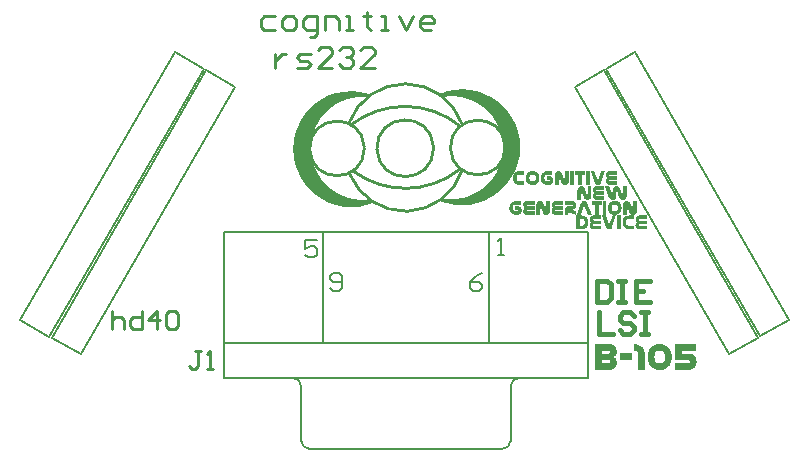
<source format=gto>
%FSLAX44Y44*%
%MOMM*%
G71*
G01*
G75*
%ADD10C,0.2540*%
%ADD11C,0.2000*%
%ADD12C,0.5000*%
%ADD13C,1.2000*%
%ADD14C,4.7600*%
%ADD15R,1.6900X1.6900*%
%ADD16C,1.6900*%
%ADD17C,0.8000*%
%ADD18R,0.8000X0.9000*%
%ADD19R,0.9000X0.8000*%
%ADD20O,0.6000X2.2000*%
%ADD21C,0.4000*%
%ADD22C,0.7000*%
%ADD23C,0.2500*%
%ADD24C,0.1500*%
G36*
X413911Y140548D02*
X414028D01*
X414165Y140529D01*
X414516Y140470D01*
X414906Y140392D01*
X415354Y140256D01*
X415842Y140080D01*
X416330Y139846D01*
X416818Y139534D01*
X417071Y139358D01*
X417305Y139163D01*
X417539Y138929D01*
X417754Y138695D01*
X417968Y138422D01*
X418163Y138129D01*
X418339Y137817D01*
X418495Y137466D01*
X418632Y137095D01*
X418749Y136705D01*
X418846Y136276D01*
X418924Y135808D01*
X418963Y135320D01*
X418983Y134794D01*
Y134755D01*
Y134657D01*
Y134521D01*
X418963Y134306D01*
X418944Y134072D01*
X418905Y133799D01*
X418866Y133487D01*
X418807Y133155D01*
X418749Y132804D01*
X418651Y132433D01*
X418534Y132082D01*
X418417Y131712D01*
X418242Y131360D01*
X418066Y131029D01*
X417851Y130717D01*
X417617Y130424D01*
X417598Y130405D01*
X417559Y130365D01*
X417481Y130288D01*
X417364Y130209D01*
X417227Y130092D01*
X417052Y129975D01*
X416856Y129839D01*
X416622Y129722D01*
X416349Y129585D01*
X416057Y129449D01*
X415725Y129332D01*
X415374Y129215D01*
X415003Y129136D01*
X414574Y129059D01*
X414126Y129019D01*
X413657Y129000D01*
X408800D01*
Y140568D01*
X413813D01*
X413911Y140548D01*
D02*
G37*
G36*
X429790Y137583D02*
X423703D01*
X423587Y137564D01*
X423450Y137505D01*
X423313Y137388D01*
X423294Y137349D01*
X423235Y137252D01*
X423157Y137115D01*
X423138Y136939D01*
Y136920D01*
Y136900D01*
X423157Y136783D01*
X423196Y136627D01*
X423294Y136471D01*
X423333Y136452D01*
X423411Y136393D01*
X423567Y136315D01*
X423762Y136296D01*
X429790D01*
Y133311D01*
X423703D01*
X423587Y133292D01*
X423450Y133233D01*
X423313Y133116D01*
X423294Y133077D01*
X423235Y132999D01*
X423157Y132843D01*
X423138Y132648D01*
Y132628D01*
Y132609D01*
X423157Y132472D01*
X423216Y132316D01*
X423313Y132160D01*
X423352Y132141D01*
X423430Y132082D01*
X423587Y132004D01*
X423762Y131985D01*
X429790D01*
Y129000D01*
X423196D01*
X423060Y129019D01*
X422865Y129039D01*
X422650Y129059D01*
X422416Y129117D01*
X422182Y129176D01*
X421948Y129254D01*
X421928Y129273D01*
X421850Y129312D01*
X421733Y129371D01*
X421597Y129449D01*
X421441Y129546D01*
X421265Y129683D01*
X421109Y129819D01*
X420953Y129975D01*
X420933Y129995D01*
X420895Y130053D01*
X420816Y130151D01*
X420738Y130268D01*
X420641Y130424D01*
X420543Y130619D01*
X420446Y130814D01*
X420348Y131029D01*
Y131048D01*
X420309Y131146D01*
X420290Y131263D01*
X420251Y131419D01*
X420212Y131614D01*
X420173Y131828D01*
X420153Y132063D01*
X420134Y132316D01*
Y132336D01*
Y132375D01*
Y132433D01*
X420153Y132511D01*
X420173Y132726D01*
X420212Y132960D01*
Y132979D01*
X420231Y133019D01*
X420251Y133097D01*
X420270Y133174D01*
X420348Y133389D01*
X420446Y133643D01*
Y133662D01*
X420485Y133701D01*
X420524Y133779D01*
X420563Y133857D01*
X420699Y134072D01*
X420875Y134306D01*
X420895Y134326D01*
X420914Y134365D01*
X420973Y134423D01*
X421050Y134481D01*
X421226Y134657D01*
X421460Y134833D01*
X421421Y134852D01*
X421343Y134911D01*
X421207Y135008D01*
X421050Y135145D01*
X420875Y135320D01*
X420719Y135515D01*
X420563Y135750D01*
X420426Y136003D01*
X420407Y136042D01*
X420387Y136120D01*
X420348Y136276D01*
X420290Y136471D01*
X420231Y136705D01*
X420192Y136959D01*
X420173Y137252D01*
X420153Y137544D01*
Y137564D01*
Y137642D01*
X420173Y137759D01*
Y137915D01*
X420212Y138090D01*
X420251Y138285D01*
X420290Y138481D01*
X420368Y138695D01*
X420387Y138715D01*
X420407Y138793D01*
X420465Y138890D01*
X420543Y139027D01*
X420738Y139339D01*
X421012Y139651D01*
X421031Y139670D01*
X421090Y139729D01*
X421168Y139788D01*
X421285Y139885D01*
X421441Y140002D01*
X421597Y140100D01*
X421792Y140217D01*
X422006Y140314D01*
X422026Y140334D01*
X422104Y140353D01*
X422240Y140392D01*
X422397Y140451D01*
X422592Y140490D01*
X422806Y140529D01*
X423060Y140548D01*
X423333Y140568D01*
X429790D01*
Y137583D01*
D02*
G37*
G36*
X442204Y152748D02*
X442438Y152729D01*
X442691Y152690D01*
X442965Y152651D01*
X443277Y152592D01*
X443589Y152514D01*
X443920Y152417D01*
X444252Y152300D01*
X444564Y152163D01*
X444896Y151987D01*
X445208Y151792D01*
X445500Y151578D01*
X445754Y151324D01*
X445774Y151305D01*
X445813Y151266D01*
X445871Y151168D01*
X445969Y151051D01*
X446066Y150895D01*
X446183Y150719D01*
X446300Y150485D01*
X446437Y150232D01*
X446554Y149939D01*
X446671Y149627D01*
X446788Y149256D01*
X446885Y148866D01*
X446983Y148437D01*
X447042Y147989D01*
X447081Y147481D01*
X447100Y146955D01*
Y146935D01*
Y146896D01*
Y146818D01*
Y146701D01*
X447081Y146584D01*
X447061Y146428D01*
X447042Y146252D01*
X447022Y146057D01*
X446944Y145628D01*
X446827Y145140D01*
X446651Y144614D01*
X446437Y144087D01*
X446164Y143541D01*
X445813Y143014D01*
X445598Y142780D01*
X445383Y142527D01*
X445130Y142312D01*
X444857Y142097D01*
X444564Y141902D01*
X444252Y141727D01*
X443920Y141571D01*
X443550Y141454D01*
X443160Y141336D01*
X442730Y141258D01*
X442282Y141220D01*
X441794Y141200D01*
X440819D01*
X440721Y141220D01*
X440604D01*
X440468Y141239D01*
X440136Y141298D01*
X439726Y141376D01*
X439278Y141512D01*
X438790Y141688D01*
X438302Y141922D01*
X437815Y142234D01*
X437561Y142409D01*
X437327Y142605D01*
X437093Y142819D01*
X436878Y143073D01*
X436664Y143346D01*
X436488Y143619D01*
X436293Y143951D01*
X436137Y144282D01*
X436001Y144653D01*
X435883Y145062D01*
X435786Y145492D01*
X435708Y145940D01*
X435669Y146428D01*
X435649Y146955D01*
Y146994D01*
Y147091D01*
Y147228D01*
X435669Y147442D01*
X435688Y147676D01*
X435727Y147969D01*
X435766Y148281D01*
X435825Y148613D01*
X435883Y148964D01*
X435981Y149315D01*
X436098Y149686D01*
X436235Y150037D01*
X436391Y150388D01*
X436566Y150719D01*
X436781Y151032D01*
X437015Y151324D01*
X437034Y151344D01*
X437073Y151383D01*
X437151Y151461D01*
X437268Y151558D01*
X437405Y151656D01*
X437581Y151773D01*
X437795Y151909D01*
X438029Y152046D01*
X438283Y152183D01*
X438575Y152319D01*
X438907Y152436D01*
X439258Y152534D01*
X439648Y152631D01*
X440058Y152709D01*
X440507Y152748D01*
X440975Y152768D01*
X442028D01*
X442204Y152748D01*
D02*
G37*
G36*
X430187Y149783D02*
X427768D01*
Y141200D01*
X424784D01*
Y149783D01*
X422209D01*
Y152768D01*
X430187D01*
Y149783D01*
D02*
G37*
G36*
X434323Y141200D02*
X431338D01*
Y152768D01*
X434323D01*
Y141200D01*
D02*
G37*
G36*
X439290Y130600D02*
Y130580D01*
X439270Y130561D01*
X439231Y130443D01*
X439153Y130288D01*
X439036Y130092D01*
X438900Y129878D01*
X438724Y129663D01*
X438529Y129468D01*
X438295Y129293D01*
X438256Y129273D01*
X438178Y129234D01*
X438041Y129176D01*
X437846Y129097D01*
X437632Y129019D01*
X437359Y128961D01*
X437066Y128922D01*
X436734Y128903D01*
X436578D01*
X436403Y128922D01*
X436169Y128961D01*
X435915Y129000D01*
X435642Y129078D01*
X435369Y129176D01*
X435115Y129312D01*
X435096Y129332D01*
X434998Y129390D01*
X434881Y129488D01*
X434745Y129624D01*
X434589Y129800D01*
X434432Y130034D01*
X434276Y130288D01*
X434159Y130600D01*
X430648Y140568D01*
X433808D01*
X436715Y132180D01*
X439641Y140568D01*
X442821D01*
X439290Y130600D01*
D02*
G37*
G36*
X394136Y178126D02*
X394331Y178107D01*
X394566Y178048D01*
X394858Y177970D01*
X395170Y177834D01*
X395502Y177658D01*
X395814Y177404D01*
X395834D01*
X395853Y177365D01*
X395951Y177268D01*
X396107Y177092D01*
X396282Y176878D01*
X396497Y176585D01*
X396711Y176234D01*
X396906Y175824D01*
X397082Y175356D01*
X398974Y169524D01*
Y169504D01*
X399013Y169465D01*
X399052Y169407D01*
X399111Y169387D01*
X399130D01*
X399169Y169407D01*
X399208Y169465D01*
X399228Y169582D01*
Y178048D01*
X402329D01*
Y169524D01*
Y169485D01*
Y169407D01*
X402310Y169270D01*
X402290Y169095D01*
X402271Y168899D01*
X402232Y168685D01*
X402154Y168451D01*
X402076Y168236D01*
X402056Y168217D01*
X402037Y168139D01*
X401978Y168022D01*
X401900Y167885D01*
X401803Y167729D01*
X401666Y167573D01*
X401530Y167397D01*
X401373Y167241D01*
X401354Y167222D01*
X401296Y167183D01*
X401198Y167105D01*
X401081Y167007D01*
X400925Y166910D01*
X400749Y166812D01*
X400554Y166715D01*
X400340Y166617D01*
X400320D01*
X400242Y166578D01*
X400125Y166558D01*
X399969Y166520D01*
X399774Y166481D01*
X399559Y166441D01*
X399306Y166422D01*
X399052Y166402D01*
X398955D01*
X398877Y166422D01*
X398681Y166441D01*
X398447Y166481D01*
X398155Y166558D01*
X397862Y166656D01*
X397550Y166812D01*
X397238Y167007D01*
X397199Y167027D01*
X397102Y167124D01*
X396965Y167261D01*
X396789Y167456D01*
X396594Y167690D01*
X396399Y168002D01*
X396224Y168353D01*
X396068Y168743D01*
X394039Y175005D01*
Y175025D01*
X394019Y175083D01*
X393980Y175122D01*
X393902Y175142D01*
X393883D01*
X393863Y175122D01*
X393824Y175083D01*
X393805Y174986D01*
Y166500D01*
X390703D01*
Y175005D01*
Y175044D01*
Y175122D01*
X390723Y175259D01*
X390742Y175434D01*
X390762Y175629D01*
X390801Y175844D01*
X390859Y176078D01*
X390937Y176293D01*
X390957Y176312D01*
X390976Y176390D01*
X391035Y176507D01*
X391113Y176644D01*
X391210Y176800D01*
X391327Y176956D01*
X391620Y177288D01*
X391640Y177307D01*
X391698Y177346D01*
X391796Y177424D01*
X391913Y177522D01*
X392069Y177619D01*
X392264Y177717D01*
X392459Y177814D01*
X392673Y177912D01*
X392693Y177931D01*
X392771Y177951D01*
X392907Y177990D01*
X393064Y178029D01*
X393259Y178068D01*
X393473Y178107D01*
X393707Y178146D01*
X394058D01*
X394136Y178126D01*
D02*
G37*
G36*
X468550Y137583D02*
X462464D01*
X462347Y137564D01*
X462211Y137505D01*
X462074Y137388D01*
X462055Y137349D01*
X461996Y137252D01*
X461918Y137115D01*
X461899Y136939D01*
Y136920D01*
Y136900D01*
X461918Y136783D01*
X461957Y136627D01*
X462055Y136471D01*
X462094Y136452D01*
X462172Y136393D01*
X462328Y136315D01*
X462523Y136296D01*
X468550D01*
Y133311D01*
X462464D01*
X462347Y133292D01*
X462211Y133233D01*
X462074Y133116D01*
X462055Y133077D01*
X461996Y132999D01*
X461918Y132843D01*
X461899Y132648D01*
Y132628D01*
Y132609D01*
X461918Y132472D01*
X461977Y132316D01*
X462074Y132160D01*
X462113Y132141D01*
X462191Y132082D01*
X462347Y132004D01*
X462523Y131985D01*
X468550D01*
Y129000D01*
X461957D01*
X461821Y129019D01*
X461626Y129039D01*
X461411Y129059D01*
X461177Y129117D01*
X460943Y129176D01*
X460709Y129254D01*
X460689Y129273D01*
X460611Y129312D01*
X460494Y129371D01*
X460358Y129449D01*
X460201Y129546D01*
X460026Y129683D01*
X459870Y129819D01*
X459714Y129975D01*
X459694Y129995D01*
X459655Y130053D01*
X459577Y130151D01*
X459499Y130268D01*
X459402Y130424D01*
X459304Y130619D01*
X459207Y130814D01*
X459109Y131029D01*
Y131048D01*
X459070Y131146D01*
X459050Y131263D01*
X459011Y131419D01*
X458973Y131614D01*
X458933Y131828D01*
X458914Y132063D01*
X458895Y132316D01*
Y132336D01*
Y132375D01*
Y132433D01*
X458914Y132511D01*
X458933Y132726D01*
X458973Y132960D01*
Y132979D01*
X458992Y133019D01*
X459011Y133097D01*
X459031Y133174D01*
X459109Y133389D01*
X459207Y133643D01*
Y133662D01*
X459246Y133701D01*
X459285Y133779D01*
X459324Y133857D01*
X459460Y134072D01*
X459636Y134306D01*
X459655Y134326D01*
X459675Y134365D01*
X459733Y134423D01*
X459811Y134481D01*
X459987Y134657D01*
X460221Y134833D01*
X460182Y134852D01*
X460104Y134911D01*
X459967Y135008D01*
X459811Y135145D01*
X459636Y135320D01*
X459480Y135515D01*
X459324Y135750D01*
X459187Y136003D01*
X459168Y136042D01*
X459148Y136120D01*
X459109Y136276D01*
X459050Y136471D01*
X458992Y136705D01*
X458953Y136959D01*
X458933Y137252D01*
X458914Y137544D01*
Y137564D01*
Y137642D01*
X458933Y137759D01*
Y137915D01*
X458973Y138090D01*
X459011Y138285D01*
X459050Y138481D01*
X459129Y138695D01*
X459148Y138715D01*
X459168Y138793D01*
X459226Y138890D01*
X459304Y139027D01*
X459499Y139339D01*
X459772Y139651D01*
X459792Y139670D01*
X459850Y139729D01*
X459928Y139788D01*
X460045Y139885D01*
X460201Y140002D01*
X460358Y140100D01*
X460553Y140217D01*
X460767Y140314D01*
X460787Y140334D01*
X460865Y140353D01*
X461001Y140392D01*
X461157Y140451D01*
X461352Y140490D01*
X461567Y140529D01*
X461821Y140548D01*
X462094Y140568D01*
X468550D01*
Y137583D01*
D02*
G37*
G36*
X446644Y129000D02*
X443659D01*
Y140568D01*
X446644D01*
Y129000D01*
D02*
G37*
G36*
X457665Y137583D02*
X452672D01*
X452516Y137544D01*
X452301Y137505D01*
X452067Y137427D01*
X451833Y137310D01*
X451618Y137135D01*
X451423Y136920D01*
X451404Y136881D01*
X451345Y136803D01*
X451267Y136627D01*
X451189Y136393D01*
X451111Y136101D01*
X451033Y135710D01*
X450994Y135496D01*
X450975Y135262D01*
X450955Y135008D01*
Y134735D01*
Y134696D01*
Y134618D01*
X450975Y134481D01*
X450994Y134306D01*
X451014Y134091D01*
X451053Y133857D01*
X451111Y133623D01*
X451189Y133370D01*
X451287Y133097D01*
X451404Y132862D01*
X451560Y132628D01*
X451735Y132414D01*
X451950Y132238D01*
X452203Y132102D01*
X452477Y132024D01*
X452808Y131985D01*
X457665D01*
Y129000D01*
X453140D01*
X453042Y129019D01*
X452925D01*
X452789Y129039D01*
X452457Y129097D01*
X452048Y129176D01*
X451599Y129312D01*
X451111Y129488D01*
X450623Y129722D01*
X450136Y130034D01*
X449882Y130209D01*
X449648Y130424D01*
X449414Y130639D01*
X449199Y130892D01*
X448985Y131146D01*
X448809Y131438D01*
X448614Y131770D01*
X448458Y132102D01*
X448322Y132472D01*
X448204Y132882D01*
X448107Y133311D01*
X448029Y133779D01*
X447990Y134267D01*
X447971Y134794D01*
Y134833D01*
Y134930D01*
Y135067D01*
X447990Y135262D01*
X448009Y135515D01*
X448049Y135788D01*
X448088Y136101D01*
X448146Y136432D01*
X448302Y137135D01*
X448400Y137486D01*
X448536Y137856D01*
X448692Y138188D01*
X448868Y138539D01*
X449063Y138851D01*
X449297Y139124D01*
X449316Y139144D01*
X449356Y139183D01*
X449434Y139261D01*
X449551Y139358D01*
X449687Y139456D01*
X449863Y139573D01*
X450058Y139709D01*
X450311Y139846D01*
X450565Y139983D01*
X450858Y140119D01*
X451189Y140236D01*
X451560Y140334D01*
X451950Y140431D01*
X452360Y140509D01*
X452808Y140548D01*
X453296Y140568D01*
X457665D01*
Y137583D01*
D02*
G37*
G36*
X405160Y152748D02*
X405413Y152729D01*
X405686Y152690D01*
X405979Y152651D01*
X406272Y152573D01*
X406564Y152475D01*
X406603Y152456D01*
X406681Y152417D01*
X406818Y152358D01*
X406993Y152261D01*
X407188Y152143D01*
X407383Y152007D01*
X407579Y151851D01*
X407774Y151675D01*
X407793Y151656D01*
X407852Y151597D01*
X407930Y151480D01*
X408027Y151344D01*
X408144Y151188D01*
X408261Y150993D01*
X408359Y150758D01*
X408456Y150524D01*
X408476Y150505D01*
X408495Y150407D01*
X408534Y150290D01*
X408573Y150115D01*
X408612Y149900D01*
X408632Y149686D01*
X408671Y149432D01*
Y149159D01*
Y149139D01*
Y149042D01*
Y148925D01*
X408651Y148769D01*
X408632Y148574D01*
X408593Y148359D01*
X408476Y147891D01*
Y147872D01*
X408437Y147793D01*
X408398Y147676D01*
X408339Y147520D01*
X408261Y147345D01*
X408164Y147150D01*
X408027Y146955D01*
X407891Y146760D01*
X407871Y146740D01*
X407813Y146681D01*
X407734Y146584D01*
X407617Y146467D01*
X407481Y146350D01*
X407305Y146213D01*
X407091Y146077D01*
X406876Y145940D01*
X406857Y145921D01*
X406759Y145882D01*
X406623Y145823D01*
X406447Y145765D01*
X406232Y145687D01*
X405979Y145628D01*
X405686Y145570D01*
X405355Y145531D01*
X408924Y144341D01*
Y141063D01*
X402038Y143872D01*
Y141200D01*
X399054D01*
Y144887D01*
Y144906D01*
Y144965D01*
Y145062D01*
X399073Y145180D01*
X399093Y145336D01*
X399112Y145511D01*
X399190Y145901D01*
X399307Y146330D01*
X399483Y146779D01*
X399600Y146994D01*
X399737Y147208D01*
X399893Y147403D01*
X400068Y147579D01*
X400088Y147598D01*
X400107Y147618D01*
X400166Y147657D01*
X400263Y147715D01*
X400361Y147793D01*
X400478Y147872D01*
X400634Y147949D01*
X400810Y148047D01*
X400985Y148125D01*
X401200Y148203D01*
X401434Y148281D01*
X401687Y148359D01*
X401960Y148418D01*
X402253Y148457D01*
X402565Y148496D01*
X405121D01*
X405238Y148515D01*
X405374Y148574D01*
X405511Y148671D01*
X405530Y148710D01*
X405608Y148808D01*
X405667Y148944D01*
X405686Y149139D01*
Y149159D01*
Y149178D01*
X405667Y149296D01*
X405608Y149432D01*
X405511Y149588D01*
X405491Y149627D01*
X405394Y149686D01*
X405277Y149744D01*
X405101Y149783D01*
X399054D01*
Y152768D01*
X404984D01*
X405160Y152748D01*
D02*
G37*
G36*
X378396Y152826D02*
X378591Y152807D01*
X378825Y152748D01*
X379118Y152670D01*
X379430Y152534D01*
X379761Y152358D01*
X380073Y152105D01*
X380093D01*
X380112Y152065D01*
X380210Y151968D01*
X380366Y151792D01*
X380541Y151578D01*
X380756Y151285D01*
X380971Y150934D01*
X381166Y150524D01*
X381341Y150056D01*
X383233Y144224D01*
Y144204D01*
X383273Y144165D01*
X383312Y144107D01*
X383370Y144087D01*
X383390D01*
X383429Y144107D01*
X383468Y144165D01*
X383487Y144282D01*
Y152748D01*
X386589D01*
Y144224D01*
Y144185D01*
Y144107D01*
X386569Y143970D01*
X386550Y143794D01*
X386530Y143599D01*
X386491Y143385D01*
X386413Y143151D01*
X386335Y142936D01*
X386316Y142917D01*
X386296Y142839D01*
X386238Y142722D01*
X386160Y142585D01*
X386062Y142429D01*
X385925Y142273D01*
X385789Y142097D01*
X385633Y141941D01*
X385613Y141922D01*
X385555Y141883D01*
X385457Y141805D01*
X385340Y141707D01*
X385184Y141610D01*
X385009Y141512D01*
X384814Y141415D01*
X384599Y141317D01*
X384580D01*
X384501Y141278D01*
X384384Y141258D01*
X384228Y141220D01*
X384033Y141180D01*
X383819Y141142D01*
X383565Y141122D01*
X383312Y141103D01*
X383214D01*
X383136Y141122D01*
X382941Y141142D01*
X382707Y141180D01*
X382414Y141258D01*
X382122Y141356D01*
X381810Y141512D01*
X381497Y141707D01*
X381458Y141727D01*
X381361Y141824D01*
X381224Y141961D01*
X381049Y142156D01*
X380854Y142390D01*
X380658Y142702D01*
X380483Y143053D01*
X380327Y143443D01*
X378298Y149705D01*
Y149725D01*
X378279Y149783D01*
X378240Y149822D01*
X378162Y149842D01*
X378142D01*
X378123Y149822D01*
X378084Y149783D01*
X378064Y149686D01*
Y141200D01*
X374962D01*
Y149705D01*
Y149744D01*
Y149822D01*
X374982Y149959D01*
X375001Y150134D01*
X375021Y150329D01*
X375060Y150544D01*
X375118Y150778D01*
X375196Y150993D01*
X375216Y151012D01*
X375235Y151090D01*
X375294Y151207D01*
X375372Y151344D01*
X375470Y151500D01*
X375587Y151656D01*
X375879Y151987D01*
X375899Y152007D01*
X375957Y152046D01*
X376055Y152124D01*
X376172Y152222D01*
X376328Y152319D01*
X376523Y152417D01*
X376718Y152514D01*
X376933Y152612D01*
X376952Y152631D01*
X377030Y152651D01*
X377167Y152690D01*
X377323Y152729D01*
X377518Y152768D01*
X377733Y152807D01*
X377967Y152846D01*
X378318D01*
X378396Y152826D01*
D02*
G37*
G36*
X443138Y165407D02*
X443333Y165387D01*
X443567Y165329D01*
X443860Y165251D01*
X444172Y165114D01*
X444503Y164939D01*
X444815Y164685D01*
X444835D01*
X444854Y164646D01*
X444952Y164548D01*
X445108Y164392D01*
X445284Y164158D01*
X445498Y163866D01*
X445713Y163515D01*
X445908Y163105D01*
X446083Y162637D01*
X447976Y156824D01*
Y156804D01*
X448015Y156765D01*
X448054Y156707D01*
X448112Y156687D01*
X448132D01*
X448171Y156707D01*
X448210Y156765D01*
X448229Y156882D01*
Y165368D01*
X451331D01*
Y156824D01*
Y156785D01*
Y156707D01*
X451311Y156570D01*
X451292Y156395D01*
X451272Y156199D01*
X451233Y155985D01*
X451155Y155751D01*
X451077Y155536D01*
X451058Y155517D01*
X451038Y155439D01*
X450980Y155322D01*
X450902Y155185D01*
X450804Y155029D01*
X450668Y154873D01*
X450531Y154697D01*
X450375Y154541D01*
X450355Y154522D01*
X450297Y154483D01*
X450199Y154405D01*
X450082Y154307D01*
X449926Y154210D01*
X449751Y154112D01*
X449556Y154015D01*
X449341Y153917D01*
X449322D01*
X449244Y153878D01*
X449127Y153858D01*
X448970Y153820D01*
X448775Y153780D01*
X448561Y153742D01*
X448307Y153722D01*
X448054Y153702D01*
X447898D01*
X447780Y153722D01*
X447644D01*
X447488Y153761D01*
X447156Y153820D01*
X447137D01*
X447078Y153839D01*
X447000Y153878D01*
X446903Y153917D01*
X446630Y154034D01*
X446337Y154210D01*
X446317Y154229D01*
X446278Y154249D01*
X446200Y154307D01*
X446103Y154385D01*
X445888Y154580D01*
X445654Y154834D01*
X445635Y154853D01*
X445615Y154892D01*
X445557Y154970D01*
X445479Y155087D01*
X445420Y155204D01*
X445342Y155361D01*
X445186Y155692D01*
X443060Y162305D01*
Y162325D01*
X443021Y162364D01*
X442982Y162403D01*
X442904Y162422D01*
X442884D01*
X442865Y162403D01*
X442826Y162344D01*
X442806Y162247D01*
Y156824D01*
Y156785D01*
Y156707D01*
X442787Y156570D01*
X442767Y156395D01*
X442748Y156199D01*
X442709Y155985D01*
X442631Y155751D01*
X442553Y155536D01*
X442533Y155517D01*
X442514Y155439D01*
X442455Y155322D01*
X442377Y155185D01*
X442280Y155029D01*
X442143Y154873D01*
X442006Y154697D01*
X441850Y154541D01*
X441831Y154522D01*
X441772Y154483D01*
X441675Y154405D01*
X441558Y154307D01*
X441402Y154210D01*
X441226Y154112D01*
X441031Y154015D01*
X440816Y153917D01*
X440797D01*
X440719Y153878D01*
X440602Y153858D01*
X440446Y153820D01*
X440251Y153780D01*
X440036Y153742D01*
X439783Y153722D01*
X439529Y153702D01*
X439373D01*
X439256Y153722D01*
X439119D01*
X438983Y153761D01*
X438651Y153820D01*
X438632D01*
X438573Y153839D01*
X438495Y153878D01*
X438378Y153917D01*
X438105Y154034D01*
X437812Y154190D01*
X437793Y154210D01*
X437754Y154249D01*
X437676Y154288D01*
X437598Y154366D01*
X437364Y154580D01*
X437130Y154834D01*
X437110Y154853D01*
X437071Y154912D01*
X437012Y154990D01*
X436954Y155087D01*
X436876Y155224D01*
X436798Y155380D01*
X436642Y155751D01*
X433228Y165368D01*
X436525D01*
X439451Y156863D01*
Y156843D01*
X439470Y156785D01*
X439510Y156707D01*
X439588Y156687D01*
X439607D01*
X439646Y156707D01*
X439685Y156765D01*
X439705Y156882D01*
Y162305D01*
Y162344D01*
Y162422D01*
X439724Y162559D01*
X439743Y162734D01*
X439763Y162929D01*
X439802Y163144D01*
X439861Y163358D01*
X439939Y163573D01*
X439958Y163593D01*
X439978Y163671D01*
X440036Y163788D01*
X440114Y163924D01*
X440231Y164080D01*
X440348Y164236D01*
X440485Y164412D01*
X440641Y164568D01*
X440660Y164587D01*
X440719Y164627D01*
X440816Y164704D01*
X440933Y164802D01*
X441090Y164900D01*
X441265Y164997D01*
X441460Y165095D01*
X441675Y165192D01*
X441694Y165212D01*
X441772Y165231D01*
X441909Y165270D01*
X442065Y165309D01*
X442260Y165348D01*
X442475Y165387D01*
X442709Y165426D01*
X443060D01*
X443138Y165407D01*
D02*
G37*
G36*
X413233Y165426D02*
X413428Y165407D01*
X413662Y165348D01*
X413955Y165270D01*
X414267Y165134D01*
X414599Y164958D01*
X414911Y164704D01*
X414930D01*
X414950Y164666D01*
X415047Y164568D01*
X415204Y164392D01*
X415379Y164178D01*
X415594Y163885D01*
X415808Y163534D01*
X416003Y163124D01*
X416179Y162656D01*
X418071Y156824D01*
Y156804D01*
X418110Y156765D01*
X418149Y156707D01*
X418208Y156687D01*
X418227D01*
X418266Y156707D01*
X418305Y156765D01*
X418325Y156882D01*
Y165348D01*
X421426D01*
Y156824D01*
Y156785D01*
Y156707D01*
X421407Y156570D01*
X421387Y156395D01*
X421368Y156199D01*
X421329Y155985D01*
X421251Y155751D01*
X421173Y155536D01*
X421153Y155517D01*
X421134Y155439D01*
X421075Y155322D01*
X420997Y155185D01*
X420900Y155029D01*
X420763Y154873D01*
X420626Y154697D01*
X420470Y154541D01*
X420451Y154522D01*
X420392Y154483D01*
X420295Y154405D01*
X420178Y154307D01*
X420022Y154210D01*
X419846Y154112D01*
X419651Y154015D01*
X419436Y153917D01*
X419417D01*
X419339Y153878D01*
X419222Y153858D01*
X419066Y153820D01*
X418871Y153780D01*
X418656Y153742D01*
X418403Y153722D01*
X418149Y153702D01*
X418051D01*
X417974Y153722D01*
X417778Y153742D01*
X417544Y153780D01*
X417252Y153858D01*
X416959Y153956D01*
X416647Y154112D01*
X416335Y154307D01*
X416296Y154327D01*
X416198Y154424D01*
X416062Y154561D01*
X415886Y154756D01*
X415691Y154990D01*
X415496Y155302D01*
X415321Y155653D01*
X415164Y156043D01*
X413136Y162305D01*
Y162325D01*
X413116Y162383D01*
X413077Y162422D01*
X412999Y162442D01*
X412980D01*
X412960Y162422D01*
X412921Y162383D01*
X412902Y162286D01*
Y153800D01*
X409800D01*
Y162305D01*
Y162344D01*
Y162422D01*
X409819Y162559D01*
X409839Y162734D01*
X409859Y162929D01*
X409897Y163144D01*
X409956Y163378D01*
X410034Y163593D01*
X410054Y163612D01*
X410073Y163690D01*
X410132Y163807D01*
X410210Y163944D01*
X410307Y164100D01*
X410424Y164256D01*
X410717Y164587D01*
X410736Y164607D01*
X410795Y164646D01*
X410892Y164724D01*
X411009Y164822D01*
X411166Y164919D01*
X411361Y165017D01*
X411556Y165114D01*
X411770Y165212D01*
X411790Y165231D01*
X411868Y165251D01*
X412004Y165290D01*
X412160Y165329D01*
X412355Y165368D01*
X412570Y165407D01*
X412804Y165446D01*
X413155D01*
X413233Y165426D01*
D02*
G37*
G36*
X432370Y162383D02*
X426284D01*
X426166Y162364D01*
X426030Y162305D01*
X425893Y162188D01*
X425874Y162149D01*
X425815Y162052D01*
X425737Y161915D01*
X425718Y161739D01*
Y161720D01*
Y161700D01*
X425737Y161583D01*
X425776Y161427D01*
X425874Y161271D01*
X425913Y161252D01*
X425991Y161193D01*
X426147Y161115D01*
X426342Y161096D01*
X432370D01*
Y158111D01*
X426284D01*
X426166Y158092D01*
X426030Y158033D01*
X425893Y157916D01*
X425874Y157877D01*
X425815Y157799D01*
X425737Y157643D01*
X425718Y157448D01*
Y157428D01*
Y157409D01*
X425737Y157272D01*
X425796Y157116D01*
X425893Y156960D01*
X425932Y156941D01*
X426011Y156882D01*
X426166Y156804D01*
X426342Y156785D01*
X432370D01*
Y153800D01*
X425776D01*
X425640Y153820D01*
X425445Y153839D01*
X425230Y153858D01*
X424996Y153917D01*
X424762Y153976D01*
X424528Y154054D01*
X424508Y154073D01*
X424430Y154112D01*
X424313Y154171D01*
X424177Y154249D01*
X424021Y154346D01*
X423845Y154483D01*
X423689Y154619D01*
X423533Y154775D01*
X423514Y154795D01*
X423475Y154853D01*
X423396Y154951D01*
X423318Y155068D01*
X423221Y155224D01*
X423123Y155419D01*
X423026Y155614D01*
X422928Y155829D01*
Y155848D01*
X422889Y155946D01*
X422870Y156063D01*
X422831Y156219D01*
X422792Y156414D01*
X422753Y156629D01*
X422733Y156863D01*
X422714Y157116D01*
Y157136D01*
Y157175D01*
Y157233D01*
X422733Y157311D01*
X422753Y157526D01*
X422792Y157760D01*
Y157780D01*
X422811Y157818D01*
X422831Y157896D01*
X422850Y157975D01*
X422928Y158189D01*
X423026Y158443D01*
Y158462D01*
X423065Y158501D01*
X423104Y158579D01*
X423143Y158657D01*
X423279Y158872D01*
X423455Y159106D01*
X423475Y159125D01*
X423494Y159164D01*
X423553Y159223D01*
X423631Y159282D01*
X423806Y159457D01*
X424040Y159633D01*
X424001Y159652D01*
X423923Y159711D01*
X423787Y159808D01*
X423631Y159945D01*
X423455Y160120D01*
X423299Y160315D01*
X423143Y160550D01*
X423006Y160803D01*
X422987Y160842D01*
X422967Y160920D01*
X422928Y161076D01*
X422870Y161271D01*
X422811Y161505D01*
X422772Y161759D01*
X422753Y162052D01*
X422733Y162344D01*
Y162364D01*
Y162442D01*
X422753Y162559D01*
Y162715D01*
X422792Y162890D01*
X422831Y163085D01*
X422870Y163281D01*
X422948Y163495D01*
X422967Y163515D01*
X422987Y163593D01*
X423045Y163690D01*
X423123Y163827D01*
X423318Y164139D01*
X423592Y164451D01*
X423611Y164470D01*
X423670Y164529D01*
X423748Y164587D01*
X423865Y164685D01*
X424021Y164802D01*
X424177Y164900D01*
X424372Y165017D01*
X424586Y165114D01*
X424606Y165134D01*
X424684Y165153D01*
X424821Y165192D01*
X424977Y165251D01*
X425172Y165290D01*
X425386Y165329D01*
X425640Y165348D01*
X425913Y165368D01*
X432370D01*
Y162383D01*
D02*
G37*
G36*
X397532Y149783D02*
X391446D01*
X391329Y149764D01*
X391192Y149705D01*
X391056Y149588D01*
X391036Y149549D01*
X390978Y149452D01*
X390900Y149315D01*
X390880Y149139D01*
Y149120D01*
Y149100D01*
X390900Y148983D01*
X390939Y148827D01*
X391036Y148671D01*
X391075Y148652D01*
X391153Y148593D01*
X391310Y148515D01*
X391505Y148496D01*
X397532D01*
Y145511D01*
X391446D01*
X391329Y145492D01*
X391192Y145433D01*
X391056Y145316D01*
X391036Y145277D01*
X390978Y145199D01*
X390900Y145043D01*
X390880Y144848D01*
Y144828D01*
Y144809D01*
X390900Y144672D01*
X390958Y144516D01*
X391056Y144360D01*
X391095Y144341D01*
X391173Y144282D01*
X391329Y144204D01*
X391505Y144185D01*
X397532D01*
Y141200D01*
X390939D01*
X390802Y141220D01*
X390607Y141239D01*
X390393Y141258D01*
X390159Y141317D01*
X389925Y141376D01*
X389690Y141454D01*
X389671Y141473D01*
X389593Y141512D01*
X389476Y141571D01*
X389339Y141649D01*
X389183Y141746D01*
X389008Y141883D01*
X388852Y142019D01*
X388695Y142175D01*
X388676Y142195D01*
X388637Y142253D01*
X388559Y142351D01*
X388481Y142468D01*
X388383Y142624D01*
X388286Y142819D01*
X388188Y143014D01*
X388091Y143229D01*
Y143248D01*
X388052Y143346D01*
X388032Y143463D01*
X387993Y143619D01*
X387954Y143814D01*
X387915Y144029D01*
X387896Y144263D01*
X387876Y144516D01*
Y144536D01*
Y144575D01*
Y144633D01*
X387896Y144711D01*
X387915Y144926D01*
X387954Y145160D01*
Y145180D01*
X387974Y145218D01*
X387993Y145296D01*
X388013Y145374D01*
X388091Y145589D01*
X388188Y145843D01*
Y145862D01*
X388227Y145901D01*
X388266Y145979D01*
X388305Y146057D01*
X388442Y146272D01*
X388618Y146506D01*
X388637Y146525D01*
X388657Y146565D01*
X388715Y146623D01*
X388793Y146681D01*
X388969Y146857D01*
X389203Y147033D01*
X389164Y147052D01*
X389086Y147111D01*
X388949Y147208D01*
X388793Y147345D01*
X388618Y147520D01*
X388461Y147715D01*
X388305Y147949D01*
X388169Y148203D01*
X388149Y148242D01*
X388130Y148320D01*
X388091Y148476D01*
X388032Y148671D01*
X387974Y148905D01*
X387935Y149159D01*
X387915Y149452D01*
X387896Y149744D01*
Y149764D01*
Y149842D01*
X387915Y149959D01*
Y150115D01*
X387954Y150290D01*
X387993Y150485D01*
X388032Y150681D01*
X388110Y150895D01*
X388130Y150915D01*
X388149Y150993D01*
X388208Y151090D01*
X388286Y151227D01*
X388481Y151539D01*
X388754Y151851D01*
X388773Y151870D01*
X388832Y151929D01*
X388910Y151987D01*
X389027Y152085D01*
X389183Y152202D01*
X389339Y152300D01*
X389534Y152417D01*
X389749Y152514D01*
X389768Y152534D01*
X389846Y152553D01*
X389983Y152592D01*
X390139Y152651D01*
X390334Y152690D01*
X390549Y152729D01*
X390802Y152748D01*
X391075Y152768D01*
X397532D01*
Y149783D01*
D02*
G37*
G36*
X415928Y152885D02*
X416142Y152846D01*
X416396Y152807D01*
X416649Y152729D01*
X416922Y152612D01*
X417176Y152475D01*
X417215Y152456D01*
X417293Y152397D01*
X417410Y152300D01*
X417547Y152163D01*
X417703Y151968D01*
X417878Y151753D01*
X418034Y151480D01*
X418171Y151168D01*
X421702Y141200D01*
X418522D01*
X415596Y149549D01*
X412689Y141200D01*
X409529D01*
X413041Y151168D01*
Y151188D01*
X413060Y151207D01*
X413099Y151324D01*
X413177Y151480D01*
X413294Y151675D01*
X413431Y151890D01*
X413606Y152105D01*
X413801Y152300D01*
X414035Y152475D01*
X414074Y152495D01*
X414152Y152534D01*
X414309Y152612D01*
X414484Y152690D01*
X414718Y152768D01*
X414991Y152846D01*
X415284Y152885D01*
X415616Y152904D01*
X415771D01*
X415928Y152885D01*
D02*
G37*
G36*
X373460Y149783D02*
X367374D01*
X367257Y149764D01*
X367121Y149705D01*
X366984Y149588D01*
X366964Y149549D01*
X366906Y149452D01*
X366828Y149315D01*
X366808Y149139D01*
Y149120D01*
Y149100D01*
X366828Y148983D01*
X366867Y148827D01*
X366964Y148671D01*
X367004Y148652D01*
X367081Y148593D01*
X367238Y148515D01*
X367433Y148496D01*
X373460D01*
Y145511D01*
X367374D01*
X367257Y145492D01*
X367121Y145433D01*
X366984Y145316D01*
X366964Y145277D01*
X366906Y145199D01*
X366828Y145043D01*
X366808Y144848D01*
Y144828D01*
Y144809D01*
X366828Y144672D01*
X366886Y144516D01*
X366984Y144360D01*
X367023Y144341D01*
X367101Y144282D01*
X367257Y144204D01*
X367433Y144185D01*
X373460D01*
Y141200D01*
X366867D01*
X366730Y141220D01*
X366535Y141239D01*
X366321Y141258D01*
X366087Y141317D01*
X365853Y141376D01*
X365619Y141454D01*
X365599Y141473D01*
X365521Y141512D01*
X365404Y141571D01*
X365267Y141649D01*
X365111Y141746D01*
X364936Y141883D01*
X364780Y142019D01*
X364624Y142175D01*
X364604Y142195D01*
X364565Y142253D01*
X364487Y142351D01*
X364409Y142468D01*
X364311Y142624D01*
X364214Y142819D01*
X364116Y143014D01*
X364019Y143229D01*
Y143248D01*
X363980Y143346D01*
X363960Y143463D01*
X363921Y143619D01*
X363882Y143814D01*
X363843Y144029D01*
X363824Y144263D01*
X363804Y144516D01*
Y144536D01*
Y144575D01*
Y144633D01*
X363824Y144711D01*
X363843Y144926D01*
X363882Y145160D01*
Y145180D01*
X363902Y145218D01*
X363921Y145296D01*
X363941Y145374D01*
X364019Y145589D01*
X364116Y145843D01*
Y145862D01*
X364156Y145901D01*
X364194Y145979D01*
X364234Y146057D01*
X364370Y146272D01*
X364546Y146506D01*
X364565Y146525D01*
X364585Y146565D01*
X364643Y146623D01*
X364721Y146681D01*
X364897Y146857D01*
X365131Y147033D01*
X365092Y147052D01*
X365014Y147111D01*
X364877Y147208D01*
X364721Y147345D01*
X364546Y147520D01*
X364389Y147715D01*
X364234Y147949D01*
X364097Y148203D01*
X364077Y148242D01*
X364058Y148320D01*
X364019Y148476D01*
X363960Y148671D01*
X363902Y148905D01*
X363863Y149159D01*
X363843Y149452D01*
X363824Y149744D01*
Y149764D01*
Y149842D01*
X363843Y149959D01*
Y150115D01*
X363882Y150290D01*
X363921Y150485D01*
X363960Y150681D01*
X364038Y150895D01*
X364058Y150915D01*
X364077Y150993D01*
X364136Y151090D01*
X364214Y151227D01*
X364409Y151539D01*
X364682Y151851D01*
X364702Y151870D01*
X364760Y151929D01*
X364838Y151987D01*
X364955Y152085D01*
X365111Y152202D01*
X365267Y152300D01*
X365462Y152417D01*
X365677Y152514D01*
X365696Y152534D01*
X365775Y152553D01*
X365911Y152592D01*
X366067Y152651D01*
X366262Y152690D01*
X366477Y152729D01*
X366730Y152748D01*
X367004Y152768D01*
X373460D01*
Y149783D01*
D02*
G37*
G36*
X451879Y152826D02*
X452074Y152807D01*
X452309Y152748D01*
X452601Y152670D01*
X452913Y152534D01*
X453245Y152358D01*
X453557Y152105D01*
X453577D01*
X453596Y152065D01*
X453694Y151968D01*
X453850Y151792D01*
X454025Y151578D01*
X454240Y151285D01*
X454454Y150934D01*
X454649Y150524D01*
X454825Y150056D01*
X456717Y144224D01*
Y144204D01*
X456756Y144165D01*
X456795Y144107D01*
X456854Y144087D01*
X456873D01*
X456912Y144107D01*
X456951Y144165D01*
X456971Y144282D01*
Y152748D01*
X460072D01*
Y144224D01*
Y144185D01*
Y144107D01*
X460053Y143970D01*
X460033Y143794D01*
X460014Y143599D01*
X459975Y143385D01*
X459897Y143151D01*
X459819Y142936D01*
X459799Y142917D01*
X459780Y142839D01*
X459721Y142722D01*
X459643Y142585D01*
X459546Y142429D01*
X459409Y142273D01*
X459273Y142097D01*
X459117Y141941D01*
X459097Y141922D01*
X459039Y141883D01*
X458941Y141805D01*
X458824Y141707D01*
X458668Y141610D01*
X458492Y141512D01*
X458297Y141415D01*
X458083Y141317D01*
X458063D01*
X457985Y141278D01*
X457868Y141258D01*
X457712Y141220D01*
X457517Y141180D01*
X457302Y141142D01*
X457049Y141122D01*
X456795Y141103D01*
X456698D01*
X456620Y141122D01*
X456424Y141142D01*
X456190Y141180D01*
X455898Y141258D01*
X455605Y141356D01*
X455293Y141512D01*
X454981Y141707D01*
X454942Y141727D01*
X454844Y141824D01*
X454708Y141961D01*
X454532Y142156D01*
X454337Y142390D01*
X454142Y142702D01*
X453967Y143053D01*
X453811Y143443D01*
X451782Y149705D01*
Y149725D01*
X451762Y149783D01*
X451723Y149822D01*
X451645Y149842D01*
X451626D01*
X451606Y149822D01*
X451567Y149783D01*
X451548Y149686D01*
Y141200D01*
X448446D01*
Y149705D01*
Y149744D01*
Y149822D01*
X448466Y149959D01*
X448485Y150134D01*
X448505Y150329D01*
X448544Y150544D01*
X448602Y150778D01*
X448680Y150993D01*
X448700Y151012D01*
X448719Y151090D01*
X448778Y151207D01*
X448856Y151344D01*
X448953Y151500D01*
X449070Y151656D01*
X449363Y151987D01*
X449382Y152007D01*
X449441Y152046D01*
X449538Y152124D01*
X449655Y152222D01*
X449812Y152319D01*
X450007Y152417D01*
X450202Y152514D01*
X450416Y152612D01*
X450436Y152631D01*
X450514Y152651D01*
X450650Y152690D01*
X450806Y152729D01*
X451002Y152768D01*
X451216Y152807D01*
X451450Y152846D01*
X451801D01*
X451879Y152826D01*
D02*
G37*
G36*
X361776Y149783D02*
X356899D01*
X356782Y149764D01*
X356626Y149744D01*
X356411Y149705D01*
X356177Y149608D01*
X355943Y149491D01*
X355728Y149334D01*
X355533Y149100D01*
X355514Y149061D01*
X355455Y148983D01*
X355377Y148808D01*
X355299Y148574D01*
X355221Y148281D01*
X355143Y147910D01*
X355085Y147462D01*
X355065Y147208D01*
Y146935D01*
Y146896D01*
Y146818D01*
X355085Y146681D01*
X355104Y146506D01*
X355124Y146291D01*
X355163Y146057D01*
X355221Y145823D01*
X355299Y145570D01*
X355397Y145296D01*
X355514Y145062D01*
X355670Y144828D01*
X355845Y144614D01*
X356060Y144438D01*
X356314Y144302D01*
X356587Y144224D01*
X356918Y144185D01*
X359162D01*
X359259Y144204D01*
X359376Y144263D01*
X359493Y144380D01*
Y144399D01*
X359513Y144419D01*
X359591Y144516D01*
X359649Y144672D01*
X359669Y144848D01*
Y144867D01*
Y144887D01*
X359649Y145004D01*
X359591Y145160D01*
X359493Y145336D01*
Y145355D01*
X359474Y145374D01*
X359396Y145453D01*
X359279Y145531D01*
X359201Y145570D01*
X356879D01*
Y148554D01*
X359318D01*
X359454Y148535D01*
X359649Y148515D01*
X359844Y148476D01*
X360079Y148418D01*
X360312Y148340D01*
X360547Y148242D01*
X360566Y148223D01*
X360664Y148184D01*
X360781Y148125D01*
X360917Y148027D01*
X361093Y147910D01*
X361288Y147774D01*
X361464Y147598D01*
X361639Y147423D01*
X361659Y147403D01*
X361717Y147325D01*
X361795Y147228D01*
X361912Y147091D01*
X362029Y146916D01*
X362146Y146721D01*
X362263Y146486D01*
X362380Y146252D01*
X362400Y146233D01*
X362419Y146135D01*
X362458Y146018D01*
X362517Y145843D01*
X362575Y145648D01*
X362614Y145433D01*
X362634Y145199D01*
X362653Y144945D01*
Y144906D01*
Y144809D01*
X362634Y144653D01*
X362614Y144458D01*
X362575Y144224D01*
X362536Y143970D01*
X362458Y143697D01*
X362361Y143443D01*
X362341Y143424D01*
X362302Y143326D01*
X362244Y143209D01*
X362166Y143053D01*
X362049Y142858D01*
X361932Y142663D01*
X361776Y142468D01*
X361600Y142273D01*
X361581Y142253D01*
X361522Y142195D01*
X361405Y142097D01*
X361288Y142000D01*
X361112Y141863D01*
X360917Y141746D01*
X360722Y141610D01*
X360488Y141493D01*
X360469Y141473D01*
X360391Y141454D01*
X360254Y141415D01*
X360098Y141356D01*
X359903Y141298D01*
X359688Y141258D01*
X359435Y141220D01*
X359181Y141200D01*
X357250D01*
X357152Y141220D01*
X357035D01*
X356899Y141239D01*
X356567Y141298D01*
X356157Y141376D01*
X355709Y141512D01*
X355221Y141688D01*
X354734Y141922D01*
X354246Y142234D01*
X353992Y142409D01*
X353758Y142605D01*
X353524Y142819D01*
X353310Y143073D01*
X353095Y143346D01*
X352919Y143619D01*
X352724Y143951D01*
X352568Y144282D01*
X352432Y144653D01*
X352315Y145062D01*
X352217Y145492D01*
X352139Y145940D01*
X352100Y146428D01*
X352080Y146955D01*
Y147013D01*
Y147033D01*
Y147072D01*
Y147150D01*
X352100Y147267D01*
Y147384D01*
X352119Y147540D01*
X352139Y147715D01*
X352178Y147910D01*
X352256Y148340D01*
X352373Y148827D01*
X352549Y149354D01*
X352763Y149900D01*
X353056Y150427D01*
X353407Y150954D01*
X353622Y151188D01*
X353836Y151441D01*
X354090Y151656D01*
X354343Y151870D01*
X354636Y152065D01*
X354968Y152241D01*
X355299Y152397D01*
X355670Y152514D01*
X356060Y152631D01*
X356470Y152709D01*
X356918Y152748D01*
X357406Y152768D01*
X361776D01*
Y149783D01*
D02*
G37*
G36*
X458113Y31769D02*
X458558Y31732D01*
X459041Y31695D01*
X459634Y31583D01*
X460228Y31472D01*
X460859Y31286D01*
X460896D01*
X460933Y31249D01*
X461156Y31212D01*
X461453Y31064D01*
X461861Y30915D01*
X462306Y30730D01*
X462826Y30470D01*
X463345Y30173D01*
X463828Y29802D01*
X463902Y29765D01*
X464050Y29616D01*
X464273Y29431D01*
X464570Y29134D01*
X464904Y28800D01*
X465275Y28392D01*
X465609Y27909D01*
X465943Y27390D01*
X465980Y27316D01*
X466054Y27130D01*
X466203Y26833D01*
X466351Y26425D01*
X466500Y25943D01*
X466648Y25349D01*
X466722Y24718D01*
X466759Y24013D01*
Y9800D01*
X461082D01*
Y24050D01*
Y24087D01*
Y24236D01*
X461045Y24421D01*
X460970Y24644D01*
X460822Y24904D01*
X460636Y25163D01*
X460377Y25386D01*
X460043Y25609D01*
X460005Y25646D01*
X459857Y25683D01*
X459634Y25757D01*
X459338Y25868D01*
X458966Y25980D01*
X458521Y26054D01*
X458039Y26091D01*
X457482Y26128D01*
Y31806D01*
X457779D01*
X458113Y31769D01*
D02*
G37*
G36*
X480007D02*
X480230D01*
X480490Y31732D01*
X481121Y31620D01*
X481900Y31472D01*
X482753Y31212D01*
X483644Y30878D01*
X484609Y30433D01*
X485537Y29876D01*
X486019Y29505D01*
X486465Y29134D01*
X486910Y28726D01*
X487318Y28243D01*
X487726Y27724D01*
X488097Y27204D01*
X488431Y26574D01*
X488728Y25943D01*
X488988Y25238D01*
X489248Y24458D01*
X489433Y23642D01*
X489582Y22788D01*
X489656Y21861D01*
X489693Y20859D01*
Y20747D01*
Y20710D01*
Y20636D01*
Y20487D01*
Y20265D01*
X489656Y20042D01*
X489619Y19745D01*
X489582Y19411D01*
X489545Y19040D01*
X489396Y18224D01*
X489174Y17296D01*
X488839Y16294D01*
X488431Y15292D01*
X487912Y14253D01*
X487244Y13251D01*
X486836Y12806D01*
X486427Y12323D01*
X485945Y11915D01*
X485425Y11507D01*
X484869Y11136D01*
X484275Y10802D01*
X483644Y10505D01*
X482939Y10282D01*
X482197Y10060D01*
X481381Y9911D01*
X480527Y9837D01*
X479599Y9800D01*
X479117D01*
X478931Y9837D01*
X478709D01*
X478449Y9874D01*
X477818Y9986D01*
X477039Y10134D01*
X476185Y10394D01*
X475257Y10728D01*
X474330Y11173D01*
X473402Y11767D01*
X472920Y12101D01*
X472474Y12472D01*
X472029Y12880D01*
X471621Y13362D01*
X471213Y13882D01*
X470878Y14402D01*
X470507Y15032D01*
X470211Y15663D01*
X469951Y16368D01*
X469728Y17148D01*
X469543Y17964D01*
X469394Y18818D01*
X469320Y19745D01*
X469283Y20747D01*
Y20859D01*
Y20933D01*
Y21081D01*
X469320Y21378D01*
Y21749D01*
X469394Y22194D01*
X469431Y22714D01*
X469543Y23308D01*
X469654Y23902D01*
X469802Y24569D01*
X469951Y25238D01*
X470173Y25905D01*
X470433Y26574D01*
X470730Y27241D01*
X471101Y27872D01*
X471509Y28466D01*
X471955Y29023D01*
X471992Y29060D01*
X472066Y29134D01*
X472215Y29282D01*
X472437Y29468D01*
X472697Y29653D01*
X473031Y29913D01*
X473402Y30173D01*
X473847Y30433D01*
X474367Y30693D01*
X474924Y30915D01*
X475517Y31175D01*
X476185Y31361D01*
X476927Y31546D01*
X477707Y31695D01*
X478523Y31769D01*
X479414Y31806D01*
X479822D01*
X480007Y31769D01*
D02*
G37*
G36*
X429542Y168100D02*
Y168080D01*
X429522Y168061D01*
X429483Y167943D01*
X429405Y167787D01*
X429288Y167592D01*
X429152Y167378D01*
X428976Y167163D01*
X428781Y166968D01*
X428547Y166793D01*
X428508Y166773D01*
X428430Y166734D01*
X428293Y166676D01*
X428098Y166597D01*
X427884Y166520D01*
X427611Y166461D01*
X427318Y166422D01*
X426987Y166402D01*
X426830D01*
X426655Y166422D01*
X426421Y166461D01*
X426167Y166500D01*
X425894Y166578D01*
X425621Y166676D01*
X425367Y166812D01*
X425348Y166832D01*
X425250Y166890D01*
X425133Y166988D01*
X424997Y167124D01*
X424841Y167300D01*
X424685Y167534D01*
X424529Y167787D01*
X424412Y168100D01*
X420900Y178068D01*
X424060D01*
X426967Y169680D01*
X429893Y178068D01*
X433073D01*
X429542Y168100D01*
D02*
G37*
G36*
X436441Y31769D02*
X436849D01*
X437295Y31695D01*
X437777Y31620D01*
X438297Y31509D01*
X438779Y31361D01*
X438853Y31323D01*
X439002Y31286D01*
X439261Y31175D01*
X439558Y31027D01*
X439929Y30841D01*
X440300Y30656D01*
X440672Y30396D01*
X441043Y30099D01*
X441080Y30062D01*
X441191Y29950D01*
X441377Y29802D01*
X441562Y29579D01*
X441822Y29282D01*
X442044Y28949D01*
X442267Y28540D01*
X442490Y28132D01*
X442527Y28095D01*
X442564Y27909D01*
X442675Y27687D01*
X442787Y27353D01*
X442861Y26982D01*
X442972Y26536D01*
X443009Y26017D01*
X443046Y25497D01*
Y25460D01*
Y25423D01*
Y25312D01*
Y25163D01*
X443009Y24792D01*
X442935Y24347D01*
Y24310D01*
X442898Y24236D01*
Y24124D01*
X442861Y23976D01*
X442750Y23568D01*
X442564Y23122D01*
Y23085D01*
X442527Y23011D01*
X442453Y22900D01*
X442379Y22751D01*
X442156Y22343D01*
X441822Y21898D01*
X441785Y21861D01*
X441748Y21823D01*
X441636Y21712D01*
X441488Y21564D01*
X441117Y21230D01*
X440672Y20896D01*
X440709Y20859D01*
X440783Y20821D01*
X440894Y20710D01*
X441080Y20599D01*
X441451Y20265D01*
X441822Y19857D01*
X441859Y19820D01*
X441896Y19745D01*
X442007Y19634D01*
X442119Y19486D01*
X442341Y19077D01*
X442601Y18595D01*
Y18558D01*
X442675Y18484D01*
X442713Y18372D01*
X442787Y18187D01*
X442935Y17779D01*
X443084Y17296D01*
Y17259D01*
X443121Y17185D01*
Y17073D01*
X443158Y16925D01*
X443195Y16517D01*
X443232Y16109D01*
Y16071D01*
Y15923D01*
X443195Y15700D01*
Y15403D01*
X443121Y15070D01*
X443046Y14698D01*
X442972Y14290D01*
X442824Y13845D01*
Y13808D01*
X442750Y13659D01*
X442638Y13437D01*
X442527Y13177D01*
X442341Y12843D01*
X442119Y12509D01*
X441859Y12175D01*
X441562Y11804D01*
X441525Y11767D01*
X441414Y11655D01*
X441228Y11507D01*
X440968Y11284D01*
X440634Y11062D01*
X440263Y10802D01*
X439818Y10579D01*
X439298Y10357D01*
X439224Y10319D01*
X439039Y10282D01*
X438742Y10171D01*
X438334Y10097D01*
X437851Y9986D01*
X437257Y9874D01*
X436589Y9837D01*
X435884Y9800D01*
X424900D01*
Y31806D01*
X436144D01*
X436441Y31769D01*
D02*
G37*
G36*
X318529Y247139D02*
X324830Y245886D01*
X330913Y243821D01*
X336675Y240979D01*
X342017Y237410D01*
X346847Y233174D01*
X351083Y228344D01*
X354653Y223002D01*
X357494Y217240D01*
X359559Y211157D01*
X360813Y204855D01*
X361233Y198445D01*
X360813Y192034D01*
X359559Y185733D01*
X357494Y179649D01*
X354653Y173887D01*
X351083Y168545D01*
X346847Y163715D01*
X342017Y159479D01*
X336675Y155910D01*
X330913Y153068D01*
X324830Y151003D01*
X318529Y149750D01*
X312118Y149330D01*
X305707Y149750D01*
X299406Y151003D01*
X295331Y152387D01*
X295332Y152381D01*
X294178Y152611D01*
X294173Y152586D01*
X293449Y152886D01*
X293045Y153861D01*
X293370Y154645D01*
X293400Y154623D01*
X293571Y155035D01*
X294546Y155439D01*
X295015Y155245D01*
X295015Y155245D01*
X294994Y155191D01*
X295985Y154855D01*
X295987Y154848D01*
X297403Y154567D01*
X303125Y154192D01*
X308847Y154567D01*
X314471Y155685D01*
X319901Y157528D01*
X325043Y160065D01*
X329811Y163250D01*
X334122Y167031D01*
X337903Y171342D01*
X341089Y176110D01*
X343625Y181253D01*
X345468Y186682D01*
X346587Y192306D01*
X346962Y198028D01*
X346587Y203750D01*
X345468Y209374D01*
X343625Y214804D01*
X341089Y219947D01*
X337903Y224715D01*
X334122Y229026D01*
X329811Y232806D01*
X325043Y235992D01*
X319901Y238528D01*
X314471Y240371D01*
X308847Y241490D01*
X303125Y241865D01*
X297403Y241490D01*
X294241Y240861D01*
X294246Y240837D01*
X293983Y240728D01*
X293008Y241132D01*
X292717Y241833D01*
X292720Y241826D01*
X292428Y242529D01*
X292832Y243504D01*
X293319Y243705D01*
X293279Y243800D01*
X293323Y243821D01*
X299406Y245886D01*
X305707Y247139D01*
X312118Y247560D01*
X318529Y247139D01*
D02*
G37*
G36*
X224729Y245539D02*
X231030Y244286D01*
X232824Y243677D01*
X232819Y243660D01*
X232821Y243665D01*
X233274Y243477D01*
X233274D01*
X233266Y243414D01*
X233308Y243463D01*
X233274Y243477D01*
X233879Y243438D01*
X233872Y243384D01*
X234675Y243051D01*
X235079Y242076D01*
X234675Y241102D01*
X233700Y240698D01*
X233528Y240769D01*
X233546Y240907D01*
X227826Y241281D01*
X222104Y240906D01*
X216481Y239788D01*
X211051Y237945D01*
X205908Y235408D01*
X201140Y232223D01*
X196829Y228442D01*
X193048Y224131D01*
X189863Y219363D01*
X187326Y214220D01*
X185483Y208790D01*
X184365Y203167D01*
X183990Y197445D01*
X184365Y191723D01*
X185483Y186099D01*
X187326Y180669D01*
X189863Y175526D01*
X193048Y170758D01*
X196829Y166447D01*
X201140Y162667D01*
X205908Y159481D01*
X211051Y156945D01*
X216481Y155102D01*
X222104Y153983D01*
X227826Y153608D01*
X233548Y153983D01*
X234995Y154271D01*
X234986Y154326D01*
X235201Y154415D01*
X236175Y154011D01*
X236200Y153951D01*
X236185Y153957D01*
X236178Y153954D01*
X236225Y153891D01*
X236200Y153951D01*
X237160Y153554D01*
X237564Y152579D01*
X237160Y151604D01*
X236662Y151397D01*
X236691Y151325D01*
X231030Y149403D01*
X224729Y148150D01*
X218318Y147730D01*
X211907Y148150D01*
X205606Y149403D01*
X199522Y151468D01*
X193761Y154310D01*
X188419Y157879D01*
X183589Y162115D01*
X179352Y166945D01*
X175783Y172287D01*
X172942Y178049D01*
X170877Y184133D01*
X169623Y190434D01*
X169203Y196845D01*
X169623Y203255D01*
X170877Y209557D01*
X172942Y215640D01*
X175783Y221402D01*
X179352Y226744D01*
X183589Y231574D01*
X188419Y235810D01*
X193761Y239379D01*
X199522Y242221D01*
X205606Y244286D01*
X211907Y245539D01*
X218318Y245960D01*
X224729Y245539D01*
D02*
G37*
G36*
X509880Y26128D02*
X497968D01*
Y23679D01*
X504203D01*
X504425Y23642D01*
X504685Y23605D01*
X505019Y23568D01*
X505761Y23456D01*
X506578Y23234D01*
X507394Y22900D01*
X507802Y22677D01*
X508211Y22417D01*
X508582Y22120D01*
X508916Y21786D01*
X508953Y21749D01*
X508990Y21712D01*
X509064Y21601D01*
X509175Y21452D01*
X509324Y21267D01*
X509472Y21007D01*
X509621Y20747D01*
X509769Y20450D01*
X510066Y19708D01*
X510363Y18855D01*
X510549Y17853D01*
X510623Y17333D01*
Y16739D01*
Y16665D01*
Y16480D01*
X510586Y16220D01*
X510549Y15849D01*
X510511Y15403D01*
X510437Y14958D01*
X510289Y14476D01*
X510140Y13993D01*
X510103Y13956D01*
X510066Y13771D01*
X509955Y13548D01*
X509806Y13251D01*
X509584Y12880D01*
X509361Y12509D01*
X509101Y12138D01*
X508767Y11767D01*
X508730Y11730D01*
X508619Y11618D01*
X508433Y11433D01*
X508173Y11247D01*
X507840Y11025D01*
X507468Y10765D01*
X507060Y10542D01*
X506615Y10319D01*
X506541Y10282D01*
X506392Y10245D01*
X506133Y10171D01*
X505798Y10060D01*
X505390Y9948D01*
X504908Y9874D01*
X504425Y9837D01*
X503869Y9800D01*
X492253D01*
Y15478D01*
X503943D01*
X504166Y15515D01*
X504388Y15663D01*
X504537Y15738D01*
X504648Y15886D01*
Y15923D01*
X504685Y15960D01*
X504796Y16146D01*
X504908Y16406D01*
X504945Y16739D01*
Y16777D01*
Y16814D01*
X504908Y17036D01*
X504834Y17333D01*
X504648Y17630D01*
X504611Y17704D01*
X504425Y17816D01*
X504203Y17927D01*
X503869Y18001D01*
X492253D01*
Y31806D01*
X509880D01*
Y26128D01*
D02*
G37*
G36*
X455738Y18001D02*
X445459D01*
Y23753D01*
X455738D01*
Y18001D01*
D02*
G37*
G36*
X388479Y175083D02*
X383602D01*
X383485Y175064D01*
X383329Y175044D01*
X383115Y175005D01*
X382881Y174908D01*
X382647Y174791D01*
X382432Y174634D01*
X382237Y174400D01*
X382217Y174361D01*
X382159Y174283D01*
X382081Y174108D01*
X382003Y173874D01*
X381925Y173581D01*
X381847Y173211D01*
X381788Y172762D01*
X381769Y172508D01*
Y172235D01*
Y172196D01*
Y172118D01*
X381788Y171982D01*
X381808Y171806D01*
X381827Y171591D01*
X381866Y171357D01*
X381925Y171123D01*
X382003Y170870D01*
X382100Y170597D01*
X382217Y170362D01*
X382374Y170128D01*
X382549Y169914D01*
X382764Y169738D01*
X383017Y169602D01*
X383290Y169524D01*
X383622Y169485D01*
X385865D01*
X385963Y169504D01*
X386080Y169563D01*
X386197Y169680D01*
Y169699D01*
X386216Y169719D01*
X386295Y169816D01*
X386353Y169972D01*
X386372Y170148D01*
Y170167D01*
Y170187D01*
X386353Y170304D01*
X386295Y170460D01*
X386197Y170636D01*
Y170655D01*
X386177Y170674D01*
X386099Y170753D01*
X385982Y170831D01*
X385904Y170870D01*
X383583D01*
Y173854D01*
X386021D01*
X386158Y173835D01*
X386353Y173815D01*
X386548Y173776D01*
X386782Y173718D01*
X387016Y173640D01*
X387250Y173542D01*
X387270Y173523D01*
X387367Y173484D01*
X387484Y173425D01*
X387621Y173328D01*
X387797Y173211D01*
X387992Y173074D01*
X388167Y172898D01*
X388343Y172723D01*
X388362Y172703D01*
X388421Y172625D01*
X388499Y172528D01*
X388616Y172391D01*
X388733Y172216D01*
X388850Y172020D01*
X388967Y171786D01*
X389084Y171552D01*
X389104Y171533D01*
X389123Y171435D01*
X389162Y171318D01*
X389221Y171143D01*
X389279Y170948D01*
X389318Y170733D01*
X389338Y170499D01*
X389357Y170245D01*
Y170206D01*
Y170109D01*
X389338Y169953D01*
X389318Y169758D01*
X389279Y169524D01*
X389240Y169270D01*
X389162Y168997D01*
X389064Y168743D01*
X389045Y168724D01*
X389006Y168626D01*
X388947Y168509D01*
X388869Y168353D01*
X388752Y168158D01*
X388635Y167963D01*
X388479Y167768D01*
X388304Y167573D01*
X388284Y167553D01*
X388226Y167495D01*
X388109Y167397D01*
X387992Y167300D01*
X387816Y167163D01*
X387621Y167046D01*
X387426Y166910D01*
X387192Y166793D01*
X387172Y166773D01*
X387094Y166754D01*
X386958Y166715D01*
X386802Y166656D01*
X386607Y166597D01*
X386392Y166558D01*
X386138Y166520D01*
X385885Y166500D01*
X383954D01*
X383856Y166520D01*
X383739D01*
X383602Y166539D01*
X383271Y166597D01*
X382861Y166676D01*
X382412Y166812D01*
X381925Y166988D01*
X381437Y167222D01*
X380950Y167534D01*
X380696Y167709D01*
X380462Y167904D01*
X380228Y168119D01*
X380013Y168373D01*
X379799Y168646D01*
X379623Y168919D01*
X379428Y169251D01*
X379272Y169582D01*
X379135Y169953D01*
X379018Y170362D01*
X378921Y170792D01*
X378843Y171240D01*
X378804Y171728D01*
X378784Y172255D01*
Y172313D01*
Y172333D01*
Y172372D01*
Y172450D01*
X378804Y172567D01*
Y172684D01*
X378823Y172840D01*
X378843Y173015D01*
X378882Y173211D01*
X378960Y173640D01*
X379077Y174127D01*
X379252Y174654D01*
X379467Y175200D01*
X379760Y175727D01*
X380111Y176254D01*
X380325Y176488D01*
X380540Y176741D01*
X380793Y176956D01*
X381047Y177170D01*
X381340Y177365D01*
X381671Y177541D01*
X382003Y177697D01*
X382374Y177814D01*
X382764Y177931D01*
X383173Y178009D01*
X383622Y178048D01*
X384110Y178068D01*
X388479D01*
Y175083D01*
D02*
G37*
G36*
X406796Y166500D02*
X403812D01*
Y178068D01*
X406796D01*
Y166500D01*
D02*
G37*
G36*
X364876Y175083D02*
X359882D01*
X359726Y175044D01*
X359511Y175005D01*
X359277Y174927D01*
X359043Y174810D01*
X358828Y174634D01*
X358633Y174420D01*
X358614Y174381D01*
X358555Y174303D01*
X358477Y174127D01*
X358399Y173893D01*
X358321Y173601D01*
X358243Y173211D01*
X358204Y172996D01*
X358185Y172762D01*
X358165Y172508D01*
Y172235D01*
Y172196D01*
Y172118D01*
X358185Y171982D01*
X358204Y171806D01*
X358224Y171591D01*
X358263Y171357D01*
X358321Y171123D01*
X358399Y170870D01*
X358497Y170597D01*
X358614Y170362D01*
X358770Y170128D01*
X358945Y169914D01*
X359160Y169738D01*
X359414Y169602D01*
X359687Y169524D01*
X360018Y169485D01*
X364876D01*
Y166500D01*
X360350D01*
X360252Y166520D01*
X360135D01*
X359999Y166539D01*
X359667Y166597D01*
X359258Y166676D01*
X358809Y166812D01*
X358321Y166988D01*
X357834Y167222D01*
X357346Y167534D01*
X357092Y167709D01*
X356858Y167924D01*
X356624Y168139D01*
X356409Y168392D01*
X356195Y168646D01*
X356019Y168938D01*
X355824Y169270D01*
X355668Y169602D01*
X355532Y169972D01*
X355415Y170382D01*
X355317Y170811D01*
X355239Y171279D01*
X355200Y171767D01*
X355181Y172294D01*
Y172333D01*
Y172430D01*
Y172567D01*
X355200Y172762D01*
X355219Y173015D01*
X355258Y173288D01*
X355298Y173601D01*
X355356Y173932D01*
X355512Y174634D01*
X355610Y174986D01*
X355746Y175356D01*
X355902Y175688D01*
X356078Y176039D01*
X356273Y176351D01*
X356507Y176624D01*
X356526Y176644D01*
X356566Y176683D01*
X356643Y176761D01*
X356761Y176858D01*
X356897Y176956D01*
X357073Y177073D01*
X357268Y177209D01*
X357521Y177346D01*
X357775Y177483D01*
X358068Y177619D01*
X358399Y177736D01*
X358770Y177834D01*
X359160Y177931D01*
X359570Y178009D01*
X360018Y178048D01*
X360506Y178068D01*
X364876D01*
Y175083D01*
D02*
G37*
G36*
X372698Y178048D02*
X372932Y178029D01*
X373186Y177990D01*
X373459Y177951D01*
X373771Y177892D01*
X374083Y177814D01*
X374415Y177717D01*
X374746Y177600D01*
X375058Y177463D01*
X375390Y177288D01*
X375702Y177092D01*
X375995Y176878D01*
X376248Y176624D01*
X376268Y176605D01*
X376307Y176566D01*
X376365Y176468D01*
X376463Y176351D01*
X376560Y176195D01*
X376677Y176019D01*
X376795Y175785D01*
X376931Y175532D01*
X377048Y175239D01*
X377165Y174927D01*
X377282Y174557D01*
X377380Y174166D01*
X377477Y173737D01*
X377536Y173288D01*
X377575Y172781D01*
X377594Y172255D01*
Y172235D01*
Y172196D01*
Y172118D01*
Y172001D01*
X377575Y171884D01*
X377555Y171728D01*
X377536Y171552D01*
X377516Y171357D01*
X377438Y170928D01*
X377321Y170441D01*
X377146Y169914D01*
X376931Y169387D01*
X376658Y168841D01*
X376307Y168314D01*
X376092Y168080D01*
X375878Y167826D01*
X375624Y167612D01*
X375351Y167397D01*
X375058Y167202D01*
X374746Y167027D01*
X374415Y166871D01*
X374044Y166754D01*
X373654Y166637D01*
X373225Y166558D01*
X372776Y166520D01*
X372288Y166500D01*
X371313D01*
X371215Y166520D01*
X371098D01*
X370962Y166539D01*
X370630Y166597D01*
X370220Y166676D01*
X369772Y166812D01*
X369284Y166988D01*
X368797Y167222D01*
X368309Y167534D01*
X368055Y167709D01*
X367821Y167904D01*
X367587Y168119D01*
X367373Y168373D01*
X367158Y168646D01*
X366982Y168919D01*
X366787Y169251D01*
X366631Y169582D01*
X366495Y169953D01*
X366378Y170362D01*
X366280Y170792D01*
X366202Y171240D01*
X366163Y171728D01*
X366143Y172255D01*
Y172294D01*
Y172391D01*
Y172528D01*
X366163Y172742D01*
X366183Y172976D01*
X366222Y173269D01*
X366261Y173581D01*
X366319Y173913D01*
X366378Y174264D01*
X366475Y174615D01*
X366592Y174986D01*
X366729Y175337D01*
X366885Y175688D01*
X367060Y176019D01*
X367275Y176332D01*
X367509Y176624D01*
X367529Y176644D01*
X367568Y176683D01*
X367646Y176761D01*
X367763Y176858D01*
X367899Y176956D01*
X368075Y177073D01*
X368289Y177209D01*
X368523Y177346D01*
X368777Y177483D01*
X369070Y177619D01*
X369401Y177736D01*
X369752Y177834D01*
X370143Y177931D01*
X370552Y178009D01*
X371001Y178048D01*
X371469Y178068D01*
X372522D01*
X372698Y178048D01*
D02*
G37*
G36*
X415926Y175083D02*
X413507D01*
Y166500D01*
X410522D01*
Y175083D01*
X407948D01*
Y178068D01*
X415926D01*
Y175083D01*
D02*
G37*
G36*
X443372D02*
X437286D01*
X437169Y175064D01*
X437033Y175005D01*
X436896Y174888D01*
X436877Y174849D01*
X436818Y174751D01*
X436740Y174615D01*
X436721Y174439D01*
Y174420D01*
Y174400D01*
X436740Y174283D01*
X436779Y174127D01*
X436877Y173971D01*
X436916Y173952D01*
X436994Y173893D01*
X437150Y173815D01*
X437345Y173796D01*
X443372D01*
Y170811D01*
X437286D01*
X437169Y170792D01*
X437033Y170733D01*
X436896Y170616D01*
X436877Y170577D01*
X436818Y170499D01*
X436740Y170343D01*
X436721Y170148D01*
Y170128D01*
Y170109D01*
X436740Y169972D01*
X436799Y169816D01*
X436896Y169660D01*
X436935Y169641D01*
X437013Y169582D01*
X437169Y169504D01*
X437345Y169485D01*
X443372D01*
Y166500D01*
X436779D01*
X436643Y166520D01*
X436447Y166539D01*
X436233Y166558D01*
X435999Y166617D01*
X435765Y166676D01*
X435531Y166754D01*
X435511Y166773D01*
X435433Y166812D01*
X435316Y166871D01*
X435179Y166949D01*
X435023Y167046D01*
X434848Y167183D01*
X434692Y167319D01*
X434536Y167475D01*
X434516Y167495D01*
X434477Y167553D01*
X434399Y167651D01*
X434321Y167768D01*
X434224Y167924D01*
X434126Y168119D01*
X434029Y168314D01*
X433931Y168529D01*
Y168548D01*
X433892Y168646D01*
X433872Y168763D01*
X433834Y168919D01*
X433795Y169114D01*
X433755Y169328D01*
X433736Y169563D01*
X433717Y169816D01*
Y169836D01*
Y169875D01*
Y169933D01*
X433736Y170011D01*
X433755Y170226D01*
X433795Y170460D01*
Y170480D01*
X433814Y170518D01*
X433834Y170597D01*
X433853Y170674D01*
X433931Y170889D01*
X434029Y171143D01*
Y171162D01*
X434068Y171201D01*
X434107Y171279D01*
X434146Y171357D01*
X434282Y171572D01*
X434458Y171806D01*
X434477Y171826D01*
X434497Y171864D01*
X434555Y171923D01*
X434633Y171982D01*
X434809Y172157D01*
X435043Y172333D01*
X435004Y172352D01*
X434926Y172411D01*
X434789Y172508D01*
X434633Y172645D01*
X434458Y172820D01*
X434302Y173015D01*
X434146Y173249D01*
X434009Y173503D01*
X433990Y173542D01*
X433970Y173620D01*
X433931Y173776D01*
X433872Y173971D01*
X433814Y174205D01*
X433775Y174459D01*
X433755Y174751D01*
X433736Y175044D01*
Y175064D01*
Y175142D01*
X433755Y175259D01*
Y175415D01*
X433795Y175590D01*
X433834Y175785D01*
X433872Y175980D01*
X433951Y176195D01*
X433970Y176215D01*
X433990Y176293D01*
X434048Y176390D01*
X434126Y176527D01*
X434321Y176839D01*
X434594Y177151D01*
X434614Y177170D01*
X434672Y177229D01*
X434750Y177288D01*
X434867Y177385D01*
X435023Y177502D01*
X435179Y177600D01*
X435375Y177717D01*
X435589Y177814D01*
X435609Y177834D01*
X435687Y177853D01*
X435823Y177892D01*
X435979Y177951D01*
X436174Y177990D01*
X436389Y178029D01*
X436643Y178048D01*
X436916Y178068D01*
X443372D01*
Y175083D01*
D02*
G37*
G36*
X420061Y166500D02*
X417077D01*
Y178068D01*
X420061D01*
Y166500D01*
D02*
G37*
%LPC*%
G36*
X372737Y175083D02*
X370845D01*
X370689Y175044D01*
X370474Y175005D01*
X370240Y174927D01*
X370006Y174810D01*
X369791Y174634D01*
X369596Y174420D01*
X369577Y174381D01*
X369518Y174303D01*
X369440Y174127D01*
X369362Y173893D01*
X369284Y173601D01*
X369206Y173211D01*
X369167Y172996D01*
X369148Y172762D01*
X369128Y172508D01*
Y172235D01*
Y172196D01*
Y172118D01*
X369148Y171982D01*
X369167Y171806D01*
X369187Y171591D01*
X369226Y171357D01*
X369284Y171123D01*
X369362Y170870D01*
X369460Y170597D01*
X369577Y170362D01*
X369733Y170128D01*
X369908Y169914D01*
X370123Y169738D01*
X370377Y169602D01*
X370650Y169524D01*
X370981Y169485D01*
X372815D01*
X372912Y169504D01*
X373030Y169524D01*
X373166Y169563D01*
X373322Y169621D01*
X373498Y169719D01*
X373673Y169836D01*
X373849Y169972D01*
X374024Y170148D01*
X374180Y170382D01*
X374317Y170655D01*
X374434Y170967D01*
X374532Y171318D01*
X374590Y171747D01*
X374610Y172235D01*
Y172255D01*
Y172294D01*
Y172372D01*
Y172489D01*
X374590Y172606D01*
Y172762D01*
X374551Y173074D01*
X374493Y173445D01*
X374415Y173796D01*
X374297Y174127D01*
X374220Y174283D01*
X374142Y174420D01*
X374122Y174439D01*
X374063Y174517D01*
X373946Y174634D01*
X373790Y174751D01*
X373595Y174869D01*
X373361Y174986D01*
X373069Y175064D01*
X372737Y175083D01*
D02*
G37*
G36*
X293400Y154623D02*
X293400Y154622D01*
X293402Y154621D01*
X293400Y154623D01*
D02*
G37*
G36*
X442243Y149783D02*
X440351D01*
X440195Y149744D01*
X439980Y149705D01*
X439746Y149627D01*
X439512Y149510D01*
X439297Y149334D01*
X439102Y149120D01*
X439083Y149081D01*
X439024Y149003D01*
X438946Y148827D01*
X438868Y148593D01*
X438790Y148301D01*
X438712Y147910D01*
X438673Y147696D01*
X438653Y147462D01*
X438634Y147208D01*
Y146935D01*
Y146896D01*
Y146818D01*
X438653Y146681D01*
X438673Y146506D01*
X438693Y146291D01*
X438731Y146057D01*
X438790Y145823D01*
X438868Y145570D01*
X438966Y145296D01*
X439083Y145062D01*
X439239Y144828D01*
X439414Y144614D01*
X439629Y144438D01*
X439882Y144302D01*
X440155Y144224D01*
X440487Y144185D01*
X442321D01*
X442418Y144204D01*
X442535Y144224D01*
X442672Y144263D01*
X442828Y144321D01*
X443004Y144419D01*
X443179Y144536D01*
X443355Y144672D01*
X443530Y144848D01*
X443686Y145082D01*
X443823Y145355D01*
X443940Y145667D01*
X444037Y146018D01*
X444096Y146447D01*
X444115Y146935D01*
Y146955D01*
Y146994D01*
Y147072D01*
Y147189D01*
X444096Y147306D01*
Y147462D01*
X444057Y147774D01*
X443998Y148145D01*
X443920Y148496D01*
X443803Y148827D01*
X443725Y148983D01*
X443647Y149120D01*
X443628Y149139D01*
X443569Y149218D01*
X443452Y149334D01*
X443296Y149452D01*
X443101Y149569D01*
X442867Y149686D01*
X442574Y149764D01*
X442243Y149783D01*
D02*
G37*
G36*
X436404Y26128D02*
X430578D01*
Y23716D01*
X436478D01*
X436701Y23753D01*
X436960Y23865D01*
X437220Y24050D01*
X437257Y24124D01*
X437406Y24273D01*
X437517Y24569D01*
X437554Y24941D01*
Y24978D01*
Y25015D01*
X437517Y25200D01*
X437406Y25460D01*
X437220Y25757D01*
X437146Y25831D01*
X436998Y25943D01*
X436738Y26054D01*
X436404Y26128D01*
D02*
G37*
G36*
Y18038D02*
X430578D01*
Y15478D01*
X436441D01*
X436664Y15515D01*
X436701D01*
X436775Y15589D01*
X437035Y15738D01*
X437072Y15775D01*
X437183Y15849D01*
X437295Y15960D01*
X437406Y16146D01*
X437443Y16183D01*
X437480Y16331D01*
X437517Y16554D01*
X437554Y16814D01*
Y16851D01*
Y16888D01*
X437517Y17111D01*
X437406Y17370D01*
X437220Y17667D01*
X437146Y17741D01*
X436998Y17853D01*
X436738Y17964D01*
X436404Y18038D01*
D02*
G37*
G36*
X480453Y26128D02*
X478449D01*
X478226Y26091D01*
X477929Y26054D01*
X477521Y25980D01*
X477076Y25794D01*
X476631Y25571D01*
X476222Y25275D01*
X475851Y24829D01*
X475814Y24755D01*
X475703Y24607D01*
X475554Y24273D01*
X475406Y23827D01*
X475257Y23271D01*
X475109Y22566D01*
X474998Y21712D01*
X474961Y21230D01*
Y20710D01*
Y20487D01*
Y20450D01*
Y20265D01*
X474998Y20042D01*
X475035Y19708D01*
X475072Y19337D01*
X475146Y18892D01*
X475257Y18447D01*
X475406Y18001D01*
X475591Y17519D01*
X475814Y17073D01*
X476111Y16628D01*
X476445Y16257D01*
X476853Y15923D01*
X477336Y15700D01*
X477855Y15552D01*
X478486Y15478D01*
X480638D01*
X480824Y15515D01*
X481046Y15552D01*
X481306Y15626D01*
X481603Y15738D01*
X481937Y15886D01*
X482271Y16109D01*
X482568Y16368D01*
X482902Y16702D01*
X483199Y17111D01*
X483459Y17593D01*
X483681Y18150D01*
X483867Y18818D01*
X483978Y19597D01*
X484015Y20487D01*
Y20710D01*
Y20747D01*
Y20821D01*
Y20970D01*
Y21193D01*
X483978Y21415D01*
Y21675D01*
X483904Y22306D01*
X483793Y22974D01*
X483644Y23642D01*
X483422Y24310D01*
X483273Y24569D01*
X483125Y24829D01*
X483088Y24904D01*
X482976Y25052D01*
X482753Y25238D01*
X482457Y25497D01*
X482086Y25720D01*
X481640Y25943D01*
X481084Y26091D01*
X480453Y26128D01*
D02*
G37*
G36*
X414126Y137583D02*
X411785D01*
Y131985D01*
X414165D01*
X414282Y132004D01*
X414438Y132024D01*
X414652Y132063D01*
X414886Y132141D01*
X415120Y132258D01*
X415335Y132433D01*
X415530Y132648D01*
X415550Y132687D01*
X415608Y132784D01*
X415686Y132941D01*
X415764Y133174D01*
X415842Y133467D01*
X415920Y133838D01*
X415979Y134286D01*
X415998Y134540D01*
Y134813D01*
Y134852D01*
Y134930D01*
X415979Y135067D01*
Y135242D01*
X415940Y135457D01*
X415901Y135691D01*
X415842Y135945D01*
X415764Y136198D01*
X415667Y136452D01*
X415550Y136705D01*
X415393Y136939D01*
X415218Y137154D01*
X415003Y137330D01*
X414750Y137466D01*
X414457Y137544D01*
X414126Y137583D01*
D02*
G37*
%LPD*%
D10*
X219629Y178371D02*
G03*
X309597Y179180I44454J59371D01*
G01*
X310391Y216275D02*
G03*
X218068Y217304I-46808J-57533D01*
G01*
X348483Y199342D02*
G03*
X348513Y198311I-23100J-1198D01*
G01*
X229283Y198542D02*
G03*
X229313Y197511I-23100J-1198D01*
G01*
X287883Y198742D02*
G03*
X287913Y197711I-23944J-1223D01*
G01*
X294546Y154060D02*
G03*
X293807Y242529I17572J44384D01*
G01*
X294424Y153861D02*
G03*
X293983Y242107I8701J44168D01*
G01*
X232442Y242443D02*
G03*
X236185Y152579I-14124J-45599D01*
G01*
X233700Y242076D02*
G03*
X235201Y153036I-5874J-44632D01*
G01*
X311904Y218398D02*
G03*
X216301Y218910I-47895J-17230D01*
G01*
X217024Y175402D02*
G03*
X312191Y178709I46958J19641D01*
G01*
X15900Y59935D02*
Y44700D01*
Y52318D01*
X18439Y54857D01*
X23517D01*
X26057Y52318D01*
Y44700D01*
X41292Y59935D02*
Y44700D01*
X33674D01*
X31135Y47239D01*
Y52318D01*
X33674Y54857D01*
X41292D01*
X53988Y44700D02*
Y59935D01*
X46370Y52318D01*
X56527D01*
X61605Y57396D02*
X64144Y59935D01*
X69223D01*
X71762Y57396D01*
Y47239D01*
X69223Y44700D01*
X64144D01*
X61605Y47239D01*
Y57396D01*
X90788Y25535D02*
X85709D01*
X88248D01*
Y12839D01*
X85709Y10300D01*
X83170D01*
X80631Y12839D01*
X95866Y10300D02*
X100944D01*
X98405D01*
Y25535D01*
X95866Y22996D01*
D11*
X175931Y-50050D02*
G03*
X182881Y-57000I6950J0D01*
G01*
X175881Y-4000D02*
G03*
X168931Y2950I-6950J0D01*
G01*
X346181Y-57000D02*
G03*
X353131Y-50050I0J6950D01*
G01*
X360131Y2950D02*
G03*
X353181Y-4000I0J-6950D01*
G01*
X-37253Y38050D02*
X93647Y264775D01*
X-61805Y52225D02*
X-37253Y38050D01*
X-61805Y52225D02*
X69095Y278950D01*
X93647Y264775D01*
X-35521Y37050D02*
X95379Y263775D01*
X119931Y249600D01*
X-10969Y22875D02*
X119931Y249600D01*
X432083Y263775D02*
X562983Y37050D01*
X538431Y22875D02*
X562983Y37050D01*
X407531Y249600D02*
X538431Y22875D01*
X407531Y249600D02*
X432083Y263775D01*
X433765Y264862D02*
X564665Y38136D01*
X433765Y264862D02*
X458317Y279037D01*
X589217Y52311D01*
X564665Y38136D02*
X589217Y52311D01*
X-35521Y37050D02*
X-10969Y22875D01*
X175881Y-50000D02*
Y-4000D01*
X353181Y-50000D02*
Y-4000D01*
X334531Y33000D02*
Y127000D01*
X110531Y3000D02*
X418531D01*
X194531Y33000D02*
Y127000D01*
X110531Y127000D02*
X418531D01*
X182881Y-57000D02*
X346181D01*
X418531Y3000D02*
Y127000D01*
X110531Y3000D02*
Y127000D01*
Y33000D02*
X418531D01*
D21*
X427600Y58494D02*
Y40500D01*
X439596D01*
X457590Y55495D02*
X454591Y58494D01*
X448593D01*
X445594Y55495D01*
Y52496D01*
X448593Y49497D01*
X454591D01*
X457590Y46498D01*
Y43499D01*
X454591Y40500D01*
X448593D01*
X445594Y43499D01*
X463588Y58494D02*
X469586D01*
X466587D01*
Y40500D01*
X463588D01*
X469586D01*
X426100Y85394D02*
Y67400D01*
X435097D01*
X438096Y70399D01*
Y82395D01*
X435097Y85394D01*
X426100D01*
X444094D02*
X450092D01*
X447093D01*
Y67400D01*
X444094D01*
X450092D01*
X471085Y85394D02*
X459089D01*
Y67400D01*
X471085D01*
X459089Y76397D02*
X465087D01*
D23*
X153627Y309496D02*
X144630D01*
X141631Y306497D01*
Y300499D01*
X144630Y297500D01*
X153627D01*
X162624D02*
X168622D01*
X171621Y300499D01*
Y306497D01*
X168622Y309496D01*
X162624D01*
X159625Y306497D01*
Y300499D01*
X162624Y297500D01*
X183617Y291502D02*
X186616D01*
X189615Y294501D01*
Y309496D01*
X180618D01*
X177619Y306497D01*
Y300499D01*
X180618Y297500D01*
X189615D01*
X195613D02*
Y309496D01*
X204610D01*
X207610Y306497D01*
Y297500D01*
X213608D02*
X219606D01*
X216607D01*
Y309496D01*
X213608D01*
X231602Y312495D02*
Y309496D01*
X228603D01*
X234601D01*
X231602D01*
Y300499D01*
X234601Y297500D01*
X243598D02*
X249596D01*
X246597D01*
Y309496D01*
X243598D01*
X258593D02*
X264591Y297500D01*
X270589Y309496D01*
X285584Y297500D02*
X279586D01*
X276587Y300499D01*
Y306497D01*
X279586Y309496D01*
X285584D01*
X288583Y306497D01*
Y303498D01*
X276587D01*
X154031Y277596D02*
Y265600D01*
Y271598D01*
X157030Y274597D01*
X160029Y277596D01*
X163028D01*
X172025Y265600D02*
X181022D01*
X184021Y268599D01*
X181022Y271598D01*
X175024D01*
X172025Y274597D01*
X175024Y277596D01*
X184021D01*
X202015Y265600D02*
X190019D01*
X202015Y277596D01*
Y280595D01*
X199016Y283594D01*
X193018D01*
X190019Y280595D01*
X208013D02*
X211012Y283594D01*
X217010D01*
X220009Y280595D01*
Y277596D01*
X217010Y274597D01*
X214011D01*
X217010D01*
X220009Y271598D01*
Y268599D01*
X217010Y265600D01*
X211012D01*
X208013Y268599D01*
X238004Y265600D02*
X226007D01*
X238004Y277596D01*
Y280595D01*
X235005Y283594D01*
X229007D01*
X226007Y280595D01*
D24*
X329028Y91695D02*
X324029Y89196D01*
X319031Y84198D01*
Y79199D01*
X321530Y76700D01*
X326528D01*
X329028Y79199D01*
Y81698D01*
X326528Y84198D01*
X319031D01*
X200631Y79499D02*
X203130Y77000D01*
X208128D01*
X210628Y79499D01*
Y89496D01*
X208128Y91995D01*
X203130D01*
X200631Y89496D01*
Y86997D01*
X203130Y84498D01*
X210628D01*
X189028Y119995D02*
X179031D01*
Y112498D01*
X184029Y114997D01*
X186528D01*
X189028Y112498D01*
Y107499D01*
X186528Y105000D01*
X181530D01*
X179031Y107499D01*
X342731Y106800D02*
X347729D01*
X345230D01*
Y121795D01*
X342731Y119296D01*
M02*

</source>
